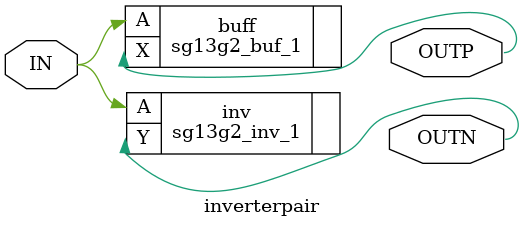
<source format=sv>

module inverterpair (
    input logic IN,
    output logic OUTN,
    output logic OUTP
);
(* keep *) sg13g2_inv_1 inv (.Y(OUTN), .A(IN));
(* keep *) sg13g2_buf_1 buff (.X(OUTP), .A(IN));
endmodule

</source>
